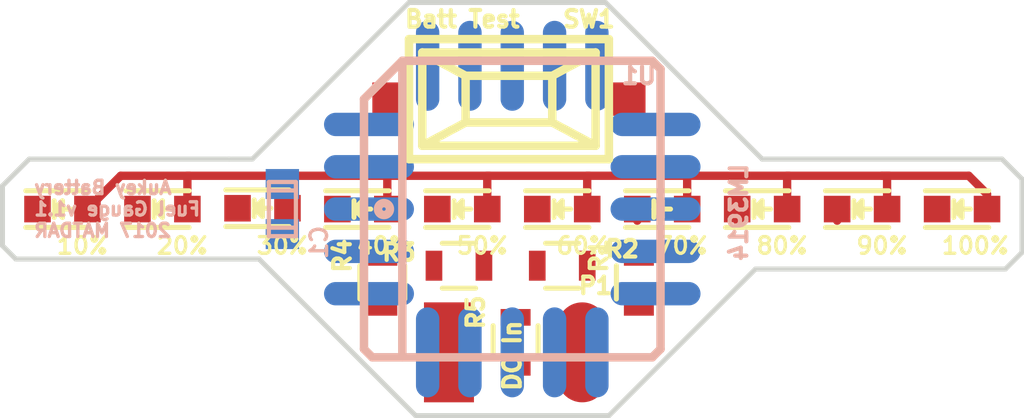
<source format=kicad_pcb>
(kicad_pcb (version 20171130) (host pcbnew "(5.0.0)")

  (general
    (thickness 1.6)
    (drawings 19)
    (tracks 35)
    (zones 0)
    (modules 19)
    (nets 18)
  )

  (page A4)
  (layers
    (0 F.Cu signal)
    (31 B.Cu signal)
    (32 B.Adhes user)
    (33 F.Adhes user)
    (34 B.Paste user)
    (35 F.Paste user)
    (36 B.SilkS user)
    (37 F.SilkS user)
    (38 B.Mask user)
    (39 F.Mask user)
    (40 Dwgs.User user)
    (41 Cmts.User user)
    (42 Eco1.User user)
    (43 Eco2.User user)
    (44 Edge.Cuts user)
    (45 Margin user)
    (46 B.CrtYd user)
    (47 F.CrtYd user)
    (48 B.Fab user)
    (49 F.Fab user)
  )

  (setup
    (last_trace_width 0.25)
    (trace_clearance 0.2)
    (zone_clearance 0.508)
    (zone_45_only no)
    (trace_min 0.2)
    (segment_width 0.2)
    (edge_width 0.15)
    (via_size 0.6)
    (via_drill 0.4)
    (via_min_size 0.4)
    (via_min_drill 0.3)
    (uvia_size 0.3)
    (uvia_drill 0.1)
    (uvias_allowed no)
    (uvia_min_size 0.2)
    (uvia_min_drill 0.1)
    (pcb_text_width 0.3)
    (pcb_text_size 1.5 1.5)
    (mod_edge_width 0.15)
    (mod_text_size 1 1)
    (mod_text_width 0.15)
    (pad_size 1.524 1.524)
    (pad_drill 0.762)
    (pad_to_mask_clearance 0.2)
    (aux_axis_origin 0 0)
    (visible_elements 7FFFFFFF)
    (pcbplotparams
      (layerselection 0x00030_80000001)
      (usegerberextensions false)
      (usegerberattributes false)
      (usegerberadvancedattributes false)
      (creategerberjobfile false)
      (excludeedgelayer true)
      (linewidth 0.100000)
      (plotframeref false)
      (viasonmask false)
      (mode 1)
      (useauxorigin false)
      (hpglpennumber 1)
      (hpglpenspeed 20)
      (hpglpendiameter 15.000000)
      (psnegative false)
      (psa4output false)
      (plotreference true)
      (plotvalue true)
      (plotinvisibletext false)
      (padsonsilk false)
      (subtractmaskfromsilk false)
      (outputformat 1)
      (mirror false)
      (drillshape 1)
      (scaleselection 1)
      (outputdirectory ""))
  )

  (net 0 "")
  (net 1 GND)
  (net 2 "Net-(C1-Pad2)")
  (net 3 "Net-(D1-Pad1)")
  (net 4 "Net-(D2-Pad1)")
  (net 5 "Net-(D3-Pad1)")
  (net 6 "Net-(D4-Pad1)")
  (net 7 "Net-(D5-Pad1)")
  (net 8 "Net-(D6-Pad1)")
  (net 9 "Net-(D7-Pad1)")
  (net 10 "Net-(D8-Pad1)")
  (net 11 "Net-(D9-Pad1)")
  (net 12 "Net-(D10-Pad1)")
  (net 13 +BATT)
  (net 14 "Net-(R1-Pad2)")
  (net 15 "Net-(R3-Pad1)")
  (net 16 "Net-(R4-Pad1)")
  (net 17 "Net-(R4-Pad2)")

  (net_class Default "This is the default net class."
    (clearance 0.2)
    (trace_width 0.25)
    (via_dia 0.6)
    (via_drill 0.4)
    (uvia_dia 0.3)
    (uvia_drill 0.1)
    (add_net +BATT)
    (add_net GND)
    (add_net "Net-(C1-Pad2)")
    (add_net "Net-(D1-Pad1)")
    (add_net "Net-(D10-Pad1)")
    (add_net "Net-(D2-Pad1)")
    (add_net "Net-(D3-Pad1)")
    (add_net "Net-(D4-Pad1)")
    (add_net "Net-(D5-Pad1)")
    (add_net "Net-(D6-Pad1)")
    (add_net "Net-(D7-Pad1)")
    (add_net "Net-(D8-Pad1)")
    (add_net "Net-(D9-Pad1)")
    (add_net "Net-(R1-Pad2)")
    (add_net "Net-(R3-Pad1)")
    (add_net "Net-(R4-Pad1)")
    (add_net "Net-(R4-Pad2)")
  )

  (module PLCC20:PLCC20 (layer B.Cu) (tedit 58FAE216) (tstamp 583C1213)
    (at 145.9 102.4 90)
    (path /583BEC7A)
    (fp_text reference U1 (at 4 3.8) (layer B.SilkS)
      (effects (font (size 0.5 0.5) (thickness 0.125)) (justify mirror))
    )
    (fp_text value LM3914 (at -0.1 6.8 270) (layer B.SilkS)
      (effects (font (size 0.5 0.5) (thickness 0.125)) (justify mirror))
    )
    (fp_circle (center 0 -3.85064) (end -0.14986 -3.9497) (layer B.SilkS) (width 0.254))
    (fp_line (start 4.45008 -3.29946) (end -4.45008 -3.29946) (layer B.SilkS) (width 0.254))
    (fp_line (start 3.29946 -4.45008) (end 4.45008 -3.29946) (layer B.SilkS) (width 0.254))
    (fp_line (start 4.45008 -3.29946) (end 4.45008 4.20116) (layer B.SilkS) (width 0.254))
    (fp_line (start 4.45008 4.20116) (end 4.20116 4.45008) (layer B.SilkS) (width 0.254))
    (fp_line (start 4.20116 4.45008) (end -4.20116 4.45008) (layer B.SilkS) (width 0.254))
    (fp_line (start -4.20116 4.45008) (end -4.45008 4.20116) (layer B.SilkS) (width 0.254))
    (fp_line (start -4.45008 4.20116) (end -4.45008 -4.20116) (layer B.SilkS) (width 0.254))
    (fp_line (start -4.45008 -4.20116) (end -4.20116 -4.45008) (layer B.SilkS) (width 0.254))
    (fp_line (start -4.20116 -4.45008) (end 3.29946 -4.45008) (layer B.SilkS) (width 0.254))
    (pad 1 smd oval (at 0 -4.30022 90) (size 0.70104 2.70002) (layers B.Cu B.Paste B.Mask)
      (net 3 "Net-(D1-Pad1)") (solder_mask_margin 0.09906))
    (pad 2 smd oval (at 1.27 -4.30022 90) (size 0.70104 2.70002) (layers B.Cu B.Paste B.Mask)
      (net 1 GND))
    (pad 3 smd oval (at 2.54 -4.30022 90) (size 0.70104 2.70002) (layers B.Cu B.Paste B.Mask)
      (net 2 "Net-(C1-Pad2)"))
    (pad 4 smd oval (at 4.30022 -2.54 90) (size 2.70002 0.70104) (layers B.Cu B.Paste B.Mask)
      (net 17 "Net-(R4-Pad2)"))
    (pad 5 smd oval (at 4.30022 -1.27 90) (size 2.70002 0.70104) (layers B.Cu B.Paste B.Mask)
      (net 14 "Net-(R1-Pad2)"))
    (pad 6 smd oval (at 4.30022 0 90) (size 2.70002 0.70104) (layers B.Cu B.Paste B.Mask)
      (net 16 "Net-(R4-Pad1)"))
    (pad 7 smd oval (at 4.30022 1.27 90) (size 2.70002 0.70104) (layers B.Cu B.Paste B.Mask))
    (pad 8 smd oval (at 4.30022 2.54 90) (size 2.70002 0.70104) (layers B.Cu B.Paste B.Mask)
      (net 16 "Net-(R4-Pad1)"))
    (pad 9 smd oval (at 2.54 4.30022 90) (size 0.70104 2.70002) (layers B.Cu B.Paste B.Mask))
    (pad 10 smd oval (at 1.27 4.30022 90) (size 0.70104 2.70002) (layers B.Cu B.Paste B.Mask)
      (net 17 "Net-(R4-Pad2)"))
    (pad 11 smd oval (at 0 4.30022 90) (size 0.70104 2.70002) (layers B.Cu B.Paste B.Mask))
    (pad 12 smd oval (at -1.27 4.30022 90) (size 0.70104 2.70002) (layers B.Cu B.Paste B.Mask)
      (net 12 "Net-(D10-Pad1)"))
    (pad 13 smd oval (at -2.54 4.30022 90) (size 0.70104 2.70002) (layers B.Cu B.Paste B.Mask)
      (net 11 "Net-(D9-Pad1)"))
    (pad 14 smd oval (at -4.30022 2.54 90) (size 2.70002 0.70104) (layers B.Cu B.Paste B.Mask)
      (net 10 "Net-(D8-Pad1)"))
    (pad 15 smd oval (at -4.30022 1.27 90) (size 2.70002 0.70104) (layers B.Cu B.Paste B.Mask)
      (net 9 "Net-(D7-Pad1)"))
    (pad 16 smd oval (at -4.30022 0 90) (size 2.70002 0.70104) (layers B.Cu B.Paste B.Mask)
      (net 8 "Net-(D6-Pad1)"))
    (pad 17 smd oval (at -4.30022 -1.27 90) (size 2.70002 0.70104) (layers B.Cu B.Paste B.Mask)
      (net 7 "Net-(D5-Pad1)"))
    (pad 18 smd oval (at -4.30022 -2.54 90) (size 2.70002 0.70104) (layers B.Cu B.Paste B.Mask)
      (net 6 "Net-(D4-Pad1)"))
    (pad 19 smd oval (at -2.54 -4.30022 90) (size 0.70104 2.70002) (layers B.Cu B.Paste B.Mask)
      (net 5 "Net-(D3-Pad1)"))
    (pad 20 smd oval (at -1.27 -4.30022 90) (size 0.70104 2.70002) (layers B.Cu B.Paste B.Mask)
      (net 4 "Net-(D2-Pad1)"))
    (model walter/smd_plcc/plcc20.wrl
      (at (xyz 0 0 0))
      (scale (xyz 1 1 1))
      (rotate (xyz 0 0 0))
    )
    (model ${KISYS3DMOD}/3d_smd_plcc/walter/smd_plcc/plcc20.wrl
      (at (xyz 0 0 0))
      (scale (xyz 1 1 1))
      (rotate (xyz 0 0 0))
    )
  )

  (module w_switch:smd_push (layer F.Cu) (tedit 583C09CB) (tstamp 583C11F1)
    (at 145.8 99.1)
    (descr "SMD Pushbutton")
    (path /583C0FF7)
    (autoplace_cost180 10)
    (fp_text reference SW1 (at 2.4 -2.4) (layer F.SilkS)
      (effects (font (size 0.5 0.5) (thickness 0.125)))
    )
    (fp_text value "Batt Test" (at -1.4 -2.4) (layer F.SilkS)
      (effects (font (size 0.5 0.5) (thickness 0.125)))
    )
    (fp_line (start 1.30048 -0.70104) (end 2.60096 -1.39954) (layer F.SilkS) (width 0.254))
    (fp_line (start 1.30048 0.70104) (end 2.60096 1.39954) (layer F.SilkS) (width 0.254))
    (fp_line (start -1.30048 0.70104) (end -2.60096 1.39954) (layer F.SilkS) (width 0.254))
    (fp_line (start -2.60096 -1.39954) (end -1.30048 -0.70104) (layer F.SilkS) (width 0.254))
    (fp_line (start -2.60096 -1.39954) (end 2.60096 -1.39954) (layer F.SilkS) (width 0.254))
    (fp_line (start 2.60096 -1.39954) (end 2.60096 1.39954) (layer F.SilkS) (width 0.254))
    (fp_line (start 2.60096 1.39954) (end -2.60096 1.39954) (layer F.SilkS) (width 0.254))
    (fp_line (start -2.60096 1.39954) (end -2.60096 -1.39954) (layer F.SilkS) (width 0.254))
    (fp_line (start -1.30048 -0.70104) (end 1.30048 -0.70104) (layer F.SilkS) (width 0.254))
    (fp_line (start 1.30048 -0.70104) (end 1.30048 0.70104) (layer F.SilkS) (width 0.254))
    (fp_line (start 1.30048 0.70104) (end -1.30048 0.70104) (layer F.SilkS) (width 0.254))
    (fp_line (start -1.30048 0.70104) (end -1.30048 -0.70104) (layer F.SilkS) (width 0.254))
    (fp_line (start -2.99974 -1.80086) (end 2.99974 -1.80086) (layer F.SilkS) (width 0.254))
    (fp_line (start 2.99974 -1.80086) (end 2.99974 1.80086) (layer F.SilkS) (width 0.254))
    (fp_line (start 2.99974 1.80086) (end -2.99974 1.80086) (layer F.SilkS) (width 0.254))
    (fp_line (start -2.99974 1.80086) (end -2.99974 -1.80086) (layer F.SilkS) (width 0.254))
    (pad 1 smd rect (at -3.59918 0) (size 1.00076 1.00076) (layers F.Cu F.Paste F.Mask)
      (net 13 +BATT))
    (pad 2 smd rect (at 3.59918 0) (size 1.00076 1.00076) (layers F.Cu F.Paste F.Mask)
      (net 2 "Net-(C1-Pad2)"))
    (model walter/switch/smd_push.wrl
      (at (xyz 0 0 0))
      (scale (xyz 1 1 1))
      (rotate (xyz 0 0 0))
    )
    (model ${KISYS3DMOD}/Button_Switch_SMD.3dshapes/SW_SPST_CK_RS282G05A3.step
      (at (xyz 0 0 0))
      (scale (xyz 1 1 1))
      (rotate (xyz 0 0 0))
    )
  )

  (module w_smd_cap:c_0603 (layer B.Cu) (tedit 5843F178) (tstamp 583C1191)
    (at 139 102.4 90)
    (descr "SMT capacitor, 0603")
    (path /583BF4B2)
    (fp_text reference C1 (at -1 1.1 90) (layer B.SilkS)
      (effects (font (size 0.5 0.5) (thickness 0.1)) (justify mirror))
    )
    (fp_text value 1U (at 0 0 90) (layer B.SilkS) hide
      (effects (font (size 0.20066 0.20066) (thickness 0.04064)) (justify mirror))
    )
    (fp_line (start 0.5588 -0.4064) (end 0.5588 0.4064) (layer B.SilkS) (width 0.127))
    (fp_line (start -0.5588 0.381) (end -0.5588 -0.4064) (layer B.SilkS) (width 0.127))
    (fp_line (start -0.8128 0.4064) (end 0.8128 0.4064) (layer B.SilkS) (width 0.127))
    (fp_line (start 0.8128 0.4064) (end 0.8128 -0.4064) (layer B.SilkS) (width 0.127))
    (fp_line (start 0.8128 -0.4064) (end -0.8128 -0.4064) (layer B.SilkS) (width 0.127))
    (fp_line (start -0.8128 -0.4064) (end -0.8128 0.4064) (layer B.SilkS) (width 0.127))
    (pad 1 smd rect (at 0.75184 0 90) (size 0.89916 1.00076) (layers B.Cu B.Paste B.Mask)
      (net 1 GND))
    (pad 2 smd rect (at -0.75184 0 90) (size 0.89916 1.00076) (layers B.Cu B.Paste B.Mask)
      (net 2 "Net-(C1-Pad2)"))
    (model walter/smd_cap/c_0603.wrl
      (at (xyz 0 0 0))
      (scale (xyz 1 1 1))
      (rotate (xyz 0 0 0))
    )
  )

  (module LEDs:LED_0603 (layer F.Cu) (tedit 58FB3DC2) (tstamp 583C1197)
    (at 132.4 102.4)
    (descr "LED 0603 smd package")
    (tags "LED led 0603 SMD smd SMT smt smdled SMDLED smtled SMTLED")
    (path /583BFB5B)
    (attr smd)
    (fp_text reference D1 (at -1 1.2) (layer F.Fab)
      (effects (font (size 0.5 0.5) (thickness 0.1)))
    )
    (fp_text value 10% (at 0.6 1.1) (layer F.SilkS)
      (effects (font (size 0.5 0.5) (thickness 0.1)))
    )
    (fp_line (start -0.3 -0.2) (end -0.3 0.2) (layer F.Fab) (width 0.15))
    (fp_line (start -0.2 0) (end 0.1 -0.2) (layer F.Fab) (width 0.15))
    (fp_line (start 0.1 0.2) (end -0.2 0) (layer F.Fab) (width 0.15))
    (fp_line (start 0.1 -0.2) (end 0.1 0.2) (layer F.Fab) (width 0.15))
    (fp_line (start 0.8 0.4) (end -0.8 0.4) (layer F.Fab) (width 0.15))
    (fp_line (start 0.8 -0.4) (end 0.8 0.4) (layer F.Fab) (width 0.15))
    (fp_line (start -0.8 -0.4) (end 0.8 -0.4) (layer F.Fab) (width 0.15))
    (fp_line (start -0.8 0.4) (end -0.8 -0.4) (layer F.Fab) (width 0.15))
    (fp_line (start -1.1 0.55) (end 0.8 0.55) (layer F.SilkS) (width 0.15))
    (fp_line (start -1.1 -0.55) (end 0.8 -0.55) (layer F.SilkS) (width 0.15))
    (fp_line (start -0.2 0) (end 0.25 0) (layer F.SilkS) (width 0.15))
    (fp_line (start -0.25 -0.25) (end -0.25 0.25) (layer F.SilkS) (width 0.15))
    (fp_line (start -0.25 0) (end 0 -0.25) (layer F.SilkS) (width 0.15))
    (fp_line (start 0 -0.25) (end 0 0.25) (layer F.SilkS) (width 0.15))
    (fp_line (start 0 0.25) (end -0.25 0) (layer F.SilkS) (width 0.15))
    (fp_line (start 1.4 -0.75) (end 1.4 0.75) (layer F.CrtYd) (width 0.05))
    (fp_line (start 1.4 0.75) (end -1.4 0.75) (layer F.CrtYd) (width 0.05))
    (fp_line (start -1.4 0.75) (end -1.4 -0.75) (layer F.CrtYd) (width 0.05))
    (fp_line (start -1.4 -0.75) (end 1.4 -0.75) (layer F.CrtYd) (width 0.05))
    (pad 2 smd rect (at 0.7493 0 180) (size 0.79756 0.79756) (layers F.Cu F.Paste F.Mask)
      (net 2 "Net-(C1-Pad2)"))
    (pad 1 smd rect (at -0.7493 0 180) (size 0.79756 0.79756) (layers F.Cu F.Paste F.Mask)
      (net 3 "Net-(D1-Pad1)"))
    (model LEDs.3dshapes/LED_0603.wrl
      (at (xyz 0 0 0))
      (scale (xyz 1 1 1))
      (rotate (xyz 0 0 180))
    )
    (model ${KISYS3DMOD}/3d_smd_leds/walter/smd_leds/led_0603.wrl
      (at (xyz 0 0 0))
      (scale (xyz 1 1 1))
      (rotate (xyz 0 0 0))
    )
  )

  (module LEDs:LED_0603 (layer F.Cu) (tedit 58FB3DC5) (tstamp 583C119D)
    (at 135.4 102.4)
    (descr "LED 0603 smd package")
    (tags "LED led 0603 SMD smd SMT smt smdled SMDLED smtled SMTLED")
    (path /583BFDD7)
    (attr smd)
    (fp_text reference D2 (at -1 1.2) (layer F.Fab)
      (effects (font (size 0.5 0.5) (thickness 0.1)))
    )
    (fp_text value 20% (at 0.6 1.1) (layer F.SilkS)
      (effects (font (size 0.5 0.5) (thickness 0.1)))
    )
    (fp_line (start -0.3 -0.2) (end -0.3 0.2) (layer F.Fab) (width 0.15))
    (fp_line (start -0.2 0) (end 0.1 -0.2) (layer F.Fab) (width 0.15))
    (fp_line (start 0.1 0.2) (end -0.2 0) (layer F.Fab) (width 0.15))
    (fp_line (start 0.1 -0.2) (end 0.1 0.2) (layer F.Fab) (width 0.15))
    (fp_line (start 0.8 0.4) (end -0.8 0.4) (layer F.Fab) (width 0.15))
    (fp_line (start 0.8 -0.4) (end 0.8 0.4) (layer F.Fab) (width 0.15))
    (fp_line (start -0.8 -0.4) (end 0.8 -0.4) (layer F.Fab) (width 0.15))
    (fp_line (start -0.8 0.4) (end -0.8 -0.4) (layer F.Fab) (width 0.15))
    (fp_line (start -1.1 0.55) (end 0.8 0.55) (layer F.SilkS) (width 0.15))
    (fp_line (start -1.1 -0.55) (end 0.8 -0.55) (layer F.SilkS) (width 0.15))
    (fp_line (start -0.2 0) (end 0.25 0) (layer F.SilkS) (width 0.15))
    (fp_line (start -0.25 -0.25) (end -0.25 0.25) (layer F.SilkS) (width 0.15))
    (fp_line (start -0.25 0) (end 0 -0.25) (layer F.SilkS) (width 0.15))
    (fp_line (start 0 -0.25) (end 0 0.25) (layer F.SilkS) (width 0.15))
    (fp_line (start 0 0.25) (end -0.25 0) (layer F.SilkS) (width 0.15))
    (fp_line (start 1.4 -0.75) (end 1.4 0.75) (layer F.CrtYd) (width 0.05))
    (fp_line (start 1.4 0.75) (end -1.4 0.75) (layer F.CrtYd) (width 0.05))
    (fp_line (start -1.4 0.75) (end -1.4 -0.75) (layer F.CrtYd) (width 0.05))
    (fp_line (start -1.4 -0.75) (end 1.4 -0.75) (layer F.CrtYd) (width 0.05))
    (pad 2 smd rect (at 0.7493 0 180) (size 0.79756 0.79756) (layers F.Cu F.Paste F.Mask)
      (net 2 "Net-(C1-Pad2)"))
    (pad 1 smd rect (at -0.7493 0 180) (size 0.79756 0.79756) (layers F.Cu F.Paste F.Mask)
      (net 4 "Net-(D2-Pad1)"))
    (model LEDs.3dshapes/LED_0603.wrl
      (at (xyz 0 0 0))
      (scale (xyz 1 1 1))
      (rotate (xyz 0 0 180))
    )
    (model ${KISYS3DMOD}/3d_smd_leds/walter/smd_leds/led_0603.wrl
      (at (xyz 0 0 0))
      (scale (xyz 1 1 1))
      (rotate (xyz 0 0 0))
    )
  )

  (module LEDs:LED_0603 (layer F.Cu) (tedit 58FB3DC6) (tstamp 583C11A3)
    (at 138.403809 102.375)
    (descr "LED 0603 smd package")
    (tags "LED led 0603 SMD smd SMT smt smdled SMDLED smtled SMTLED")
    (path /583BFE0F)
    (attr smd)
    (fp_text reference D3 (at -1.003809 1.225) (layer F.Fab)
      (effects (font (size 0.5 0.5) (thickness 0.1)))
    )
    (fp_text value 30% (at 0.596191 1.125) (layer F.SilkS)
      (effects (font (size 0.5 0.5) (thickness 0.1)))
    )
    (fp_line (start -0.3 -0.2) (end -0.3 0.2) (layer F.Fab) (width 0.15))
    (fp_line (start -0.2 0) (end 0.1 -0.2) (layer F.Fab) (width 0.15))
    (fp_line (start 0.1 0.2) (end -0.2 0) (layer F.Fab) (width 0.15))
    (fp_line (start 0.1 -0.2) (end 0.1 0.2) (layer F.Fab) (width 0.15))
    (fp_line (start 0.8 0.4) (end -0.8 0.4) (layer F.Fab) (width 0.15))
    (fp_line (start 0.8 -0.4) (end 0.8 0.4) (layer F.Fab) (width 0.15))
    (fp_line (start -0.8 -0.4) (end 0.8 -0.4) (layer F.Fab) (width 0.15))
    (fp_line (start -0.8 0.4) (end -0.8 -0.4) (layer F.Fab) (width 0.15))
    (fp_line (start -1.1 0.55) (end 0.8 0.55) (layer F.SilkS) (width 0.15))
    (fp_line (start -1.1 -0.55) (end 0.8 -0.55) (layer F.SilkS) (width 0.15))
    (fp_line (start -0.2 0) (end 0.25 0) (layer F.SilkS) (width 0.15))
    (fp_line (start -0.25 -0.25) (end -0.25 0.25) (layer F.SilkS) (width 0.15))
    (fp_line (start -0.25 0) (end 0 -0.25) (layer F.SilkS) (width 0.15))
    (fp_line (start 0 -0.25) (end 0 0.25) (layer F.SilkS) (width 0.15))
    (fp_line (start 0 0.25) (end -0.25 0) (layer F.SilkS) (width 0.15))
    (fp_line (start 1.4 -0.75) (end 1.4 0.75) (layer F.CrtYd) (width 0.05))
    (fp_line (start 1.4 0.75) (end -1.4 0.75) (layer F.CrtYd) (width 0.05))
    (fp_line (start -1.4 0.75) (end -1.4 -0.75) (layer F.CrtYd) (width 0.05))
    (fp_line (start -1.4 -0.75) (end 1.4 -0.75) (layer F.CrtYd) (width 0.05))
    (pad 2 smd rect (at 0.7493 0 180) (size 0.79756 0.79756) (layers F.Cu F.Paste F.Mask)
      (net 2 "Net-(C1-Pad2)"))
    (pad 1 smd rect (at -0.7493 0 180) (size 0.79756 0.79756) (layers F.Cu F.Paste F.Mask)
      (net 5 "Net-(D3-Pad1)"))
    (model LEDs.3dshapes/LED_0603.wrl
      (at (xyz 0 0 0))
      (scale (xyz 1 1 1))
      (rotate (xyz 0 0 180))
    )
    (model ${KISYS3DMOD}/3d_smd_leds/walter/smd_leds/led_0603.wrl
      (at (xyz 0 0 0))
      (scale (xyz 1 1 1))
      (rotate (xyz 0 0 0))
    )
  )

  (module LEDs:LED_0603 (layer F.Cu) (tedit 58FB3DCA) (tstamp 583C11A9)
    (at 141.4 102.4)
    (descr "LED 0603 smd package")
    (tags "LED led 0603 SMD smd SMT smt smdled SMDLED smtled SMTLED")
    (path /583BFE3E)
    (attr smd)
    (fp_text reference D4 (at -1 1.2) (layer F.Fab)
      (effects (font (size 0.5 0.5) (thickness 0.1)))
    )
    (fp_text value 40% (at 0.6 1.1) (layer F.SilkS)
      (effects (font (size 0.5 0.5) (thickness 0.1)))
    )
    (fp_line (start -0.3 -0.2) (end -0.3 0.2) (layer F.Fab) (width 0.15))
    (fp_line (start -0.2 0) (end 0.1 -0.2) (layer F.Fab) (width 0.15))
    (fp_line (start 0.1 0.2) (end -0.2 0) (layer F.Fab) (width 0.15))
    (fp_line (start 0.1 -0.2) (end 0.1 0.2) (layer F.Fab) (width 0.15))
    (fp_line (start 0.8 0.4) (end -0.8 0.4) (layer F.Fab) (width 0.15))
    (fp_line (start 0.8 -0.4) (end 0.8 0.4) (layer F.Fab) (width 0.15))
    (fp_line (start -0.8 -0.4) (end 0.8 -0.4) (layer F.Fab) (width 0.15))
    (fp_line (start -0.8 0.4) (end -0.8 -0.4) (layer F.Fab) (width 0.15))
    (fp_line (start -1.1 0.55) (end 0.8 0.55) (layer F.SilkS) (width 0.15))
    (fp_line (start -1.1 -0.55) (end 0.8 -0.55) (layer F.SilkS) (width 0.15))
    (fp_line (start -0.2 0) (end 0.25 0) (layer F.SilkS) (width 0.15))
    (fp_line (start -0.25 -0.25) (end -0.25 0.25) (layer F.SilkS) (width 0.15))
    (fp_line (start -0.25 0) (end 0 -0.25) (layer F.SilkS) (width 0.15))
    (fp_line (start 0 -0.25) (end 0 0.25) (layer F.SilkS) (width 0.15))
    (fp_line (start 0 0.25) (end -0.25 0) (layer F.SilkS) (width 0.15))
    (fp_line (start 1.4 -0.75) (end 1.4 0.75) (layer F.CrtYd) (width 0.05))
    (fp_line (start 1.4 0.75) (end -1.4 0.75) (layer F.CrtYd) (width 0.05))
    (fp_line (start -1.4 0.75) (end -1.4 -0.75) (layer F.CrtYd) (width 0.05))
    (fp_line (start -1.4 -0.75) (end 1.4 -0.75) (layer F.CrtYd) (width 0.05))
    (pad 2 smd rect (at 0.7493 0 180) (size 0.79756 0.79756) (layers F.Cu F.Paste F.Mask)
      (net 2 "Net-(C1-Pad2)"))
    (pad 1 smd rect (at -0.7493 0 180) (size 0.79756 0.79756) (layers F.Cu F.Paste F.Mask)
      (net 6 "Net-(D4-Pad1)"))
    (model LEDs.3dshapes/LED_0603.wrl
      (at (xyz 0 0 0))
      (scale (xyz 1 1 1))
      (rotate (xyz 0 0 180))
    )
    (model ${KISYS3DMOD}/3d_smd_leds/walter/smd_leds/led_0603.wrl
      (at (xyz 0 0 0))
      (scale (xyz 1 1 1))
      (rotate (xyz 0 0 0))
    )
  )

  (module LEDs:LED_0603 (layer F.Cu) (tedit 58FB3DCD) (tstamp 583C11AF)
    (at 144.4 102.4)
    (descr "LED 0603 smd package")
    (tags "LED led 0603 SMD smd SMT smt smdled SMDLED smtled SMTLED")
    (path /583BFEC8)
    (attr smd)
    (fp_text reference D5 (at -1 1.2) (layer F.Fab)
      (effects (font (size 0.5 0.5) (thickness 0.1)))
    )
    (fp_text value 50% (at 0.6 1.1) (layer F.SilkS)
      (effects (font (size 0.5 0.5) (thickness 0.1)))
    )
    (fp_line (start -0.3 -0.2) (end -0.3 0.2) (layer F.Fab) (width 0.15))
    (fp_line (start -0.2 0) (end 0.1 -0.2) (layer F.Fab) (width 0.15))
    (fp_line (start 0.1 0.2) (end -0.2 0) (layer F.Fab) (width 0.15))
    (fp_line (start 0.1 -0.2) (end 0.1 0.2) (layer F.Fab) (width 0.15))
    (fp_line (start 0.8 0.4) (end -0.8 0.4) (layer F.Fab) (width 0.15))
    (fp_line (start 0.8 -0.4) (end 0.8 0.4) (layer F.Fab) (width 0.15))
    (fp_line (start -0.8 -0.4) (end 0.8 -0.4) (layer F.Fab) (width 0.15))
    (fp_line (start -0.8 0.4) (end -0.8 -0.4) (layer F.Fab) (width 0.15))
    (fp_line (start -1.1 0.55) (end 0.8 0.55) (layer F.SilkS) (width 0.15))
    (fp_line (start -1.1 -0.55) (end 0.8 -0.55) (layer F.SilkS) (width 0.15))
    (fp_line (start -0.2 0) (end 0.25 0) (layer F.SilkS) (width 0.15))
    (fp_line (start -0.25 -0.25) (end -0.25 0.25) (layer F.SilkS) (width 0.15))
    (fp_line (start -0.25 0) (end 0 -0.25) (layer F.SilkS) (width 0.15))
    (fp_line (start 0 -0.25) (end 0 0.25) (layer F.SilkS) (width 0.15))
    (fp_line (start 0 0.25) (end -0.25 0) (layer F.SilkS) (width 0.15))
    (fp_line (start 1.4 -0.75) (end 1.4 0.75) (layer F.CrtYd) (width 0.05))
    (fp_line (start 1.4 0.75) (end -1.4 0.75) (layer F.CrtYd) (width 0.05))
    (fp_line (start -1.4 0.75) (end -1.4 -0.75) (layer F.CrtYd) (width 0.05))
    (fp_line (start -1.4 -0.75) (end 1.4 -0.75) (layer F.CrtYd) (width 0.05))
    (pad 2 smd rect (at 0.7493 0 180) (size 0.79756 0.79756) (layers F.Cu F.Paste F.Mask)
      (net 2 "Net-(C1-Pad2)"))
    (pad 1 smd rect (at -0.7493 0 180) (size 0.79756 0.79756) (layers F.Cu F.Paste F.Mask)
      (net 7 "Net-(D5-Pad1)"))
    (model ${KISYS3DMOD}/3d_smd_leds/walter/smd_leds/led_0603.wrl
      (at (xyz 0 0 0))
      (scale (xyz 1 1 1))
      (rotate (xyz 0 0 0))
    )
  )

  (module LEDs:LED_0603 (layer F.Cu) (tedit 58FB3DD2) (tstamp 583C11B5)
    (at 147.4 102.4)
    (descr "LED 0603 smd package")
    (tags "LED led 0603 SMD smd SMT smt smdled SMDLED smtled SMTLED")
    (path /583BFF05)
    (attr smd)
    (fp_text reference D6 (at -1 1.2) (layer F.Fab)
      (effects (font (size 0.5 0.5) (thickness 0.1)))
    )
    (fp_text value 60% (at 0.6 1.1) (layer F.SilkS)
      (effects (font (size 0.5 0.5) (thickness 0.1)))
    )
    (fp_line (start -0.3 -0.2) (end -0.3 0.2) (layer F.Fab) (width 0.15))
    (fp_line (start -0.2 0) (end 0.1 -0.2) (layer F.Fab) (width 0.15))
    (fp_line (start 0.1 0.2) (end -0.2 0) (layer F.Fab) (width 0.15))
    (fp_line (start 0.1 -0.2) (end 0.1 0.2) (layer F.Fab) (width 0.15))
    (fp_line (start 0.8 0.4) (end -0.8 0.4) (layer F.Fab) (width 0.15))
    (fp_line (start 0.8 -0.4) (end 0.8 0.4) (layer F.Fab) (width 0.15))
    (fp_line (start -0.8 -0.4) (end 0.8 -0.4) (layer F.Fab) (width 0.15))
    (fp_line (start -0.8 0.4) (end -0.8 -0.4) (layer F.Fab) (width 0.15))
    (fp_line (start -1.1 0.55) (end 0.8 0.55) (layer F.SilkS) (width 0.15))
    (fp_line (start -1.1 -0.55) (end 0.8 -0.55) (layer F.SilkS) (width 0.15))
    (fp_line (start -0.2 0) (end 0.25 0) (layer F.SilkS) (width 0.15))
    (fp_line (start -0.25 -0.25) (end -0.25 0.25) (layer F.SilkS) (width 0.15))
    (fp_line (start -0.25 0) (end 0 -0.25) (layer F.SilkS) (width 0.15))
    (fp_line (start 0 -0.25) (end 0 0.25) (layer F.SilkS) (width 0.15))
    (fp_line (start 0 0.25) (end -0.25 0) (layer F.SilkS) (width 0.15))
    (fp_line (start 1.4 -0.75) (end 1.4 0.75) (layer F.CrtYd) (width 0.05))
    (fp_line (start 1.4 0.75) (end -1.4 0.75) (layer F.CrtYd) (width 0.05))
    (fp_line (start -1.4 0.75) (end -1.4 -0.75) (layer F.CrtYd) (width 0.05))
    (fp_line (start -1.4 -0.75) (end 1.4 -0.75) (layer F.CrtYd) (width 0.05))
    (pad 2 smd rect (at 0.7493 0 180) (size 0.79756 0.79756) (layers F.Cu F.Paste F.Mask)
      (net 2 "Net-(C1-Pad2)"))
    (pad 1 smd rect (at -0.7493 0 180) (size 0.79756 0.79756) (layers F.Cu F.Paste F.Mask)
      (net 8 "Net-(D6-Pad1)"))
    (model LEDs.3dshapes/LED_0603.wrl
      (at (xyz 0 0 0))
      (scale (xyz 1 1 1))
      (rotate (xyz 0 0 180))
    )
    (model ${KISYS3DMOD}/3d_smd_leds/walter/smd_leds/led_0603.wrl
      (at (xyz 0 0 0))
      (scale (xyz 1 1 1))
      (rotate (xyz 0 0 0))
    )
  )

  (module LEDs:LED_0603 (layer F.Cu) (tedit 58FB3DD4) (tstamp 583C11BB)
    (at 150.4 102.4)
    (descr "LED 0603 smd package")
    (tags "LED led 0603 SMD smd SMT smt smdled SMDLED smtled SMTLED")
    (path /583BFF3D)
    (attr smd)
    (fp_text reference D7 (at -1 1.2) (layer F.Fab)
      (effects (font (size 0.5 0.5) (thickness 0.1)))
    )
    (fp_text value 70% (at 0.6 1.1) (layer F.SilkS)
      (effects (font (size 0.5 0.5) (thickness 0.1)))
    )
    (fp_line (start -0.3 -0.2) (end -0.3 0.2) (layer F.Fab) (width 0.15))
    (fp_line (start -0.2 0) (end 0.1 -0.2) (layer F.Fab) (width 0.15))
    (fp_line (start 0.1 0.2) (end -0.2 0) (layer F.Fab) (width 0.15))
    (fp_line (start 0.1 -0.2) (end 0.1 0.2) (layer F.Fab) (width 0.15))
    (fp_line (start 0.8 0.4) (end -0.8 0.4) (layer F.Fab) (width 0.15))
    (fp_line (start 0.8 -0.4) (end 0.8 0.4) (layer F.Fab) (width 0.15))
    (fp_line (start -0.8 -0.4) (end 0.8 -0.4) (layer F.Fab) (width 0.15))
    (fp_line (start -0.8 0.4) (end -0.8 -0.4) (layer F.Fab) (width 0.15))
    (fp_line (start -1.1 0.55) (end 0.8 0.55) (layer F.SilkS) (width 0.15))
    (fp_line (start -1.1 -0.55) (end 0.8 -0.55) (layer F.SilkS) (width 0.15))
    (fp_line (start -0.2 0) (end 0.25 0) (layer F.SilkS) (width 0.15))
    (fp_line (start -0.25 -0.25) (end -0.25 0.25) (layer F.SilkS) (width 0.15))
    (fp_line (start -0.25 0) (end 0 -0.25) (layer F.SilkS) (width 0.15))
    (fp_line (start 0 -0.25) (end 0 0.25) (layer F.SilkS) (width 0.15))
    (fp_line (start 0 0.25) (end -0.25 0) (layer F.SilkS) (width 0.15))
    (fp_line (start 1.4 -0.75) (end 1.4 0.75) (layer F.CrtYd) (width 0.05))
    (fp_line (start 1.4 0.75) (end -1.4 0.75) (layer F.CrtYd) (width 0.05))
    (fp_line (start -1.4 0.75) (end -1.4 -0.75) (layer F.CrtYd) (width 0.05))
    (fp_line (start -1.4 -0.75) (end 1.4 -0.75) (layer F.CrtYd) (width 0.05))
    (pad 2 smd rect (at 0.7493 0 180) (size 0.79756 0.79756) (layers F.Cu F.Paste F.Mask)
      (net 2 "Net-(C1-Pad2)"))
    (pad 1 smd rect (at -0.7493 0 180) (size 0.79756 0.79756) (layers F.Cu F.Paste F.Mask)
      (net 9 "Net-(D7-Pad1)"))
    (model LEDs.3dshapes/LED_0603.wrl
      (at (xyz 0 0 0))
      (scale (xyz 1 1 1))
      (rotate (xyz 0 0 180))
    )
  )

  (module LEDs:LED_0603 (layer F.Cu) (tedit 58FB3DD8) (tstamp 583C11C1)
    (at 153.4 102.4)
    (descr "LED 0603 smd package")
    (tags "LED led 0603 SMD smd SMT smt smdled SMDLED smtled SMTLED")
    (path /583BFF80)
    (attr smd)
    (fp_text reference D8 (at -1 1.2) (layer F.Fab)
      (effects (font (size 0.5 0.5) (thickness 0.1)))
    )
    (fp_text value 80% (at 0.6 1.1) (layer F.SilkS)
      (effects (font (size 0.5 0.5) (thickness 0.1)))
    )
    (fp_line (start -0.3 -0.2) (end -0.3 0.2) (layer F.Fab) (width 0.15))
    (fp_line (start -0.2 0) (end 0.1 -0.2) (layer F.Fab) (width 0.15))
    (fp_line (start 0.1 0.2) (end -0.2 0) (layer F.Fab) (width 0.15))
    (fp_line (start 0.1 -0.2) (end 0.1 0.2) (layer F.Fab) (width 0.15))
    (fp_line (start 0.8 0.4) (end -0.8 0.4) (layer F.Fab) (width 0.15))
    (fp_line (start 0.8 -0.4) (end 0.8 0.4) (layer F.Fab) (width 0.15))
    (fp_line (start -0.8 -0.4) (end 0.8 -0.4) (layer F.Fab) (width 0.15))
    (fp_line (start -0.8 0.4) (end -0.8 -0.4) (layer F.Fab) (width 0.15))
    (fp_line (start -1.1 0.55) (end 0.8 0.55) (layer F.SilkS) (width 0.15))
    (fp_line (start -1.1 -0.55) (end 0.8 -0.55) (layer F.SilkS) (width 0.15))
    (fp_line (start -0.2 0) (end 0.25 0) (layer F.SilkS) (width 0.15))
    (fp_line (start -0.25 -0.25) (end -0.25 0.25) (layer F.SilkS) (width 0.15))
    (fp_line (start -0.25 0) (end 0 -0.25) (layer F.SilkS) (width 0.15))
    (fp_line (start 0 -0.25) (end 0 0.25) (layer F.SilkS) (width 0.15))
    (fp_line (start 0 0.25) (end -0.25 0) (layer F.SilkS) (width 0.15))
    (fp_line (start 1.4 -0.75) (end 1.4 0.75) (layer F.CrtYd) (width 0.05))
    (fp_line (start 1.4 0.75) (end -1.4 0.75) (layer F.CrtYd) (width 0.05))
    (fp_line (start -1.4 0.75) (end -1.4 -0.75) (layer F.CrtYd) (width 0.05))
    (fp_line (start -1.4 -0.75) (end 1.4 -0.75) (layer F.CrtYd) (width 0.05))
    (pad 2 smd rect (at 0.7493 0 180) (size 0.79756 0.79756) (layers F.Cu F.Paste F.Mask)
      (net 2 "Net-(C1-Pad2)"))
    (pad 1 smd rect (at -0.7493 0 180) (size 0.79756 0.79756) (layers F.Cu F.Paste F.Mask)
      (net 10 "Net-(D8-Pad1)"))
    (model LEDs.3dshapes/LED_0603.wrl
      (at (xyz 0 0 0))
      (scale (xyz 1 1 1))
      (rotate (xyz 0 0 180))
    )
    (model ${KISYS3DMOD}/3d_smd_leds/walter/smd_leds/led_0603.wrl
      (at (xyz 0 0 0))
      (scale (xyz 1 1 1))
      (rotate (xyz 0 0 0))
    )
  )

  (module LEDs:LED_0603 (layer F.Cu) (tedit 58FB3DDA) (tstamp 583C11C7)
    (at 156.4 102.4)
    (descr "LED 0603 smd package")
    (tags "LED led 0603 SMD smd SMT smt smdled SMDLED smtled SMTLED")
    (path /583C002E)
    (attr smd)
    (fp_text reference D9 (at -1 1.2) (layer F.Fab)
      (effects (font (size 0.5 0.5) (thickness 0.1)))
    )
    (fp_text value 90% (at 0.6 1.1) (layer F.SilkS)
      (effects (font (size 0.5 0.5) (thickness 0.1)))
    )
    (fp_line (start -0.3 -0.2) (end -0.3 0.2) (layer F.Fab) (width 0.15))
    (fp_line (start -0.2 0) (end 0.1 -0.2) (layer F.Fab) (width 0.15))
    (fp_line (start 0.1 0.2) (end -0.2 0) (layer F.Fab) (width 0.15))
    (fp_line (start 0.1 -0.2) (end 0.1 0.2) (layer F.Fab) (width 0.15))
    (fp_line (start 0.8 0.4) (end -0.8 0.4) (layer F.Fab) (width 0.15))
    (fp_line (start 0.8 -0.4) (end 0.8 0.4) (layer F.Fab) (width 0.15))
    (fp_line (start -0.8 -0.4) (end 0.8 -0.4) (layer F.Fab) (width 0.15))
    (fp_line (start -0.8 0.4) (end -0.8 -0.4) (layer F.Fab) (width 0.15))
    (fp_line (start -1.1 0.55) (end 0.8 0.55) (layer F.SilkS) (width 0.15))
    (fp_line (start -1.1 -0.55) (end 0.8 -0.55) (layer F.SilkS) (width 0.15))
    (fp_line (start -0.2 0) (end 0.25 0) (layer F.SilkS) (width 0.15))
    (fp_line (start -0.25 -0.25) (end -0.25 0.25) (layer F.SilkS) (width 0.15))
    (fp_line (start -0.25 0) (end 0 -0.25) (layer F.SilkS) (width 0.15))
    (fp_line (start 0 -0.25) (end 0 0.25) (layer F.SilkS) (width 0.15))
    (fp_line (start 0 0.25) (end -0.25 0) (layer F.SilkS) (width 0.15))
    (fp_line (start 1.4 -0.75) (end 1.4 0.75) (layer F.CrtYd) (width 0.05))
    (fp_line (start 1.4 0.75) (end -1.4 0.75) (layer F.CrtYd) (width 0.05))
    (fp_line (start -1.4 0.75) (end -1.4 -0.75) (layer F.CrtYd) (width 0.05))
    (fp_line (start -1.4 -0.75) (end 1.4 -0.75) (layer F.CrtYd) (width 0.05))
    (pad 2 smd rect (at 0.7493 0 180) (size 0.79756 0.79756) (layers F.Cu F.Paste F.Mask)
      (net 2 "Net-(C1-Pad2)"))
    (pad 1 smd rect (at -0.7493 0 180) (size 0.79756 0.79756) (layers F.Cu F.Paste F.Mask)
      (net 11 "Net-(D9-Pad1)"))
    (model LEDs.3dshapes/LED_0603.wrl
      (at (xyz 0 0 0))
      (scale (xyz 1 1 1))
      (rotate (xyz 0 0 180))
    )
    (model ${KISYS3DMOD}/3d_smd_leds/walter/smd_leds/led_0603.wrl
      (at (xyz 0 0 0))
      (scale (xyz 1 1 1))
      (rotate (xyz 0 0 0))
    )
  )

  (module LEDs:LED_0603 (layer F.Cu) (tedit 58FB3DDD) (tstamp 583C11CD)
    (at 159.4 102.4)
    (descr "LED 0603 smd package")
    (tags "LED led 0603 SMD smd SMT smt smdled SMDLED smtled SMTLED")
    (path /583C006F)
    (attr smd)
    (fp_text reference D10 (at -1.1 1.2 180) (layer F.Fab)
      (effects (font (size 0.4 0.4) (thickness 0.1)))
    )
    (fp_text value 100% (at 0.4 1.1) (layer F.SilkS)
      (effects (font (size 0.5 0.5) (thickness 0.1)))
    )
    (fp_line (start -0.3 -0.2) (end -0.3 0.2) (layer F.Fab) (width 0.15))
    (fp_line (start -0.2 0) (end 0.1 -0.2) (layer F.Fab) (width 0.15))
    (fp_line (start 0.1 0.2) (end -0.2 0) (layer F.Fab) (width 0.15))
    (fp_line (start 0.1 -0.2) (end 0.1 0.2) (layer F.Fab) (width 0.15))
    (fp_line (start 0.8 0.4) (end -0.8 0.4) (layer F.Fab) (width 0.15))
    (fp_line (start 0.8 -0.4) (end 0.8 0.4) (layer F.Fab) (width 0.15))
    (fp_line (start -0.8 -0.4) (end 0.8 -0.4) (layer F.Fab) (width 0.15))
    (fp_line (start -0.8 0.4) (end -0.8 -0.4) (layer F.Fab) (width 0.15))
    (fp_line (start -1.1 0.55) (end 0.8 0.55) (layer F.SilkS) (width 0.15))
    (fp_line (start -1.1 -0.55) (end 0.8 -0.55) (layer F.SilkS) (width 0.15))
    (fp_line (start -0.2 0) (end 0.25 0) (layer F.SilkS) (width 0.15))
    (fp_line (start -0.25 -0.25) (end -0.25 0.25) (layer F.SilkS) (width 0.15))
    (fp_line (start -0.25 0) (end 0 -0.25) (layer F.SilkS) (width 0.15))
    (fp_line (start 0 -0.25) (end 0 0.25) (layer F.SilkS) (width 0.15))
    (fp_line (start 0 0.25) (end -0.25 0) (layer F.SilkS) (width 0.15))
    (fp_line (start 1.4 -0.75) (end 1.4 0.75) (layer F.CrtYd) (width 0.05))
    (fp_line (start 1.4 0.75) (end -1.4 0.75) (layer F.CrtYd) (width 0.05))
    (fp_line (start -1.4 0.75) (end -1.4 -0.75) (layer F.CrtYd) (width 0.05))
    (fp_line (start -1.4 -0.75) (end 1.4 -0.75) (layer F.CrtYd) (width 0.05))
    (pad 2 smd rect (at 0.7493 0 180) (size 0.79756 0.79756) (layers F.Cu F.Paste F.Mask)
      (net 2 "Net-(C1-Pad2)"))
    (pad 1 smd rect (at -0.7493 0 180) (size 0.79756 0.79756) (layers F.Cu F.Paste F.Mask)
      (net 12 "Net-(D10-Pad1)"))
    (model LEDs.3dshapes/LED_0603.wrl
      (at (xyz 0 0 0))
      (scale (xyz 1 1 1))
      (rotate (xyz 0 0 180))
    )
    (model ${KISYS3DMOD}/3d_smd_leds/walter/smd_leds/led_0603.wrl
      (at (xyz 0 0 0))
      (scale (xyz 1 1 1))
      (rotate (xyz 0 0 0))
    )
  )

  (module Resistors_SMD:R_0603 (layer F.Cu) (tedit 58FAD9B1) (tstamp 583C11D9)
    (at 149.7 104.6 270)
    (descr "Resistor SMD 0603, reflow soldering, Vishay (see dcrcw.pdf)")
    (tags "resistor 0603")
    (path /583BEE5F)
    (attr smd)
    (fp_text reference R1 (at -0.8 1.2 90) (layer F.SilkS)
      (effects (font (size 0.5 0.5) (thickness 0.125)))
    )
    (fp_text value 10K (at 0 0 270) (layer F.Fab)
      (effects (font (size 0.5 0.5) (thickness 0.125)))
    )
    (fp_line (start -0.8 0.4) (end -0.8 -0.4) (layer F.Fab) (width 0.1))
    (fp_line (start 0.8 0.4) (end -0.8 0.4) (layer F.Fab) (width 0.1))
    (fp_line (start 0.8 -0.4) (end 0.8 0.4) (layer F.Fab) (width 0.1))
    (fp_line (start -0.8 -0.4) (end 0.8 -0.4) (layer F.Fab) (width 0.1))
    (fp_line (start -1.3 -0.8) (end 1.3 -0.8) (layer F.CrtYd) (width 0.05))
    (fp_line (start -1.3 0.8) (end 1.3 0.8) (layer F.CrtYd) (width 0.05))
    (fp_line (start -1.3 -0.8) (end -1.3 0.8) (layer F.CrtYd) (width 0.05))
    (fp_line (start 1.3 -0.8) (end 1.3 0.8) (layer F.CrtYd) (width 0.05))
    (fp_line (start 0.5 0.675) (end -0.5 0.675) (layer F.SilkS) (width 0.15))
    (fp_line (start -0.5 -0.675) (end 0.5 -0.675) (layer F.SilkS) (width 0.15))
    (pad 1 smd rect (at -0.75 0 270) (size 0.5 0.9) (layers F.Cu F.Paste F.Mask)
      (net 2 "Net-(C1-Pad2)"))
    (pad 2 smd rect (at 0.75 0 270) (size 0.5 0.9) (layers F.Cu F.Paste F.Mask)
      (net 14 "Net-(R1-Pad2)"))
    (model Resistors_SMD.3dshapes/R_0603.wrl
      (at (xyz 0 0 0))
      (scale (xyz 1 1 1))
      (rotate (xyz 0 0 0))
    )
    (model ${KISYS3DMOD}/3d_smd_resistors/walter/smd_resistors/r_0603.wrl
      (at (xyz 0 0 0))
      (scale (xyz 1 1 1))
      (rotate (xyz 0 0 0))
    )
  )

  (module Resistors_SMD:R_0603 (layer F.Cu) (tedit 58FAD9B6) (tstamp 583C11DF)
    (at 147.4 104.1 180)
    (descr "Resistor SMD 0603, reflow soldering, Vishay (see dcrcw.pdf)")
    (tags "resistor 0603")
    (path /583BEE92)
    (attr smd)
    (fp_text reference R2 (at -1.8 0.5 180) (layer F.SilkS)
      (effects (font (size 0.5 0.5) (thickness 0.125)))
    )
    (fp_text value 10K (at 0 0 180) (layer F.Fab)
      (effects (font (size 0.5 0.5) (thickness 0.125)))
    )
    (fp_line (start -0.8 0.4) (end -0.8 -0.4) (layer F.Fab) (width 0.1))
    (fp_line (start 0.8 0.4) (end -0.8 0.4) (layer F.Fab) (width 0.1))
    (fp_line (start 0.8 -0.4) (end 0.8 0.4) (layer F.Fab) (width 0.1))
    (fp_line (start -0.8 -0.4) (end 0.8 -0.4) (layer F.Fab) (width 0.1))
    (fp_line (start -1.3 -0.8) (end 1.3 -0.8) (layer F.CrtYd) (width 0.05))
    (fp_line (start -1.3 0.8) (end 1.3 0.8) (layer F.CrtYd) (width 0.05))
    (fp_line (start -1.3 -0.8) (end -1.3 0.8) (layer F.CrtYd) (width 0.05))
    (fp_line (start 1.3 -0.8) (end 1.3 0.8) (layer F.CrtYd) (width 0.05))
    (fp_line (start 0.5 0.675) (end -0.5 0.675) (layer F.SilkS) (width 0.15))
    (fp_line (start -0.5 -0.675) (end 0.5 -0.675) (layer F.SilkS) (width 0.15))
    (pad 1 smd rect (at -0.75 0 180) (size 0.5 0.9) (layers F.Cu F.Paste F.Mask)
      (net 14 "Net-(R1-Pad2)"))
    (pad 2 smd rect (at 0.75 0 180) (size 0.5 0.9) (layers F.Cu F.Paste F.Mask)
      (net 1 GND))
    (model Resistors_SMD.3dshapes/R_0603.wrl
      (at (xyz 0 0 0))
      (scale (xyz 1 1 1))
      (rotate (xyz 0 0 0))
    )
    (model ${KISYS3DMOD}/3d_smd_resistors/walter/smd_resistors/r_0603.wrl
      (at (xyz 0 0 0))
      (scale (xyz 1 1 1))
      (rotate (xyz 0 0 0))
    )
  )

  (module Resistors_SMD:R_0603 (layer F.Cu) (tedit 58FAD9BF) (tstamp 583C11E5)
    (at 144.3 104.1 180)
    (descr "Resistor SMD 0603, reflow soldering, Vishay (see dcrcw.pdf)")
    (tags "resistor 0603")
    (path /583BEDE3)
    (attr smd)
    (fp_text reference R3 (at 1.8 0.4 180) (layer F.SilkS)
      (effects (font (size 0.5 0.5) (thickness 0.125)))
    )
    (fp_text value 10K (at 0 0 180) (layer F.Fab)
      (effects (font (size 0.5 0.5) (thickness 0.125)))
    )
    (fp_line (start -0.8 0.4) (end -0.8 -0.4) (layer F.Fab) (width 0.1))
    (fp_line (start 0.8 0.4) (end -0.8 0.4) (layer F.Fab) (width 0.1))
    (fp_line (start 0.8 -0.4) (end 0.8 0.4) (layer F.Fab) (width 0.1))
    (fp_line (start -0.8 -0.4) (end 0.8 -0.4) (layer F.Fab) (width 0.1))
    (fp_line (start -1.3 -0.8) (end 1.3 -0.8) (layer F.CrtYd) (width 0.05))
    (fp_line (start -1.3 0.8) (end 1.3 0.8) (layer F.CrtYd) (width 0.05))
    (fp_line (start -1.3 -0.8) (end -1.3 0.8) (layer F.CrtYd) (width 0.05))
    (fp_line (start 1.3 -0.8) (end 1.3 0.8) (layer F.CrtYd) (width 0.05))
    (fp_line (start 0.5 0.675) (end -0.5 0.675) (layer F.SilkS) (width 0.15))
    (fp_line (start -0.5 -0.675) (end 0.5 -0.675) (layer F.SilkS) (width 0.15))
    (pad 1 smd rect (at -0.75 0 180) (size 0.5 0.9) (layers F.Cu F.Paste F.Mask)
      (net 15 "Net-(R3-Pad1)"))
    (pad 2 smd rect (at 0.75 0 180) (size 0.5 0.9) (layers F.Cu F.Paste F.Mask)
      (net 1 GND))
    (model Resistors_SMD.3dshapes/R_0603.wrl
      (at (xyz 0 0 0))
      (scale (xyz 1 1 1))
      (rotate (xyz 0 0 0))
    )
    (model ${KISYS3DMOD}/3d_smd_resistors/walter/smd_resistors/r_0603.wrl
      (at (xyz 0 0 0))
      (scale (xyz 1 1 1))
      (rotate (xyz 0 0 0))
    )
  )

  (module Resistors_SMD:R_0603 (layer F.Cu) (tedit 583C0A2B) (tstamp 583C11EB)
    (at 142 104.6 90)
    (descr "Resistor SMD 0603, reflow soldering, Vishay (see dcrcw.pdf)")
    (tags "resistor 0603")
    (path /583BED8E)
    (attr smd)
    (fp_text reference R4 (at 0.8 -1.2 90) (layer F.SilkS)
      (effects (font (size 0.5 0.5) (thickness 0.125)))
    )
    (fp_text value 13K (at 0 0 90) (layer F.Fab)
      (effects (font (size 0.5 0.5) (thickness 0.125)))
    )
    (fp_line (start -0.8 0.4) (end -0.8 -0.4) (layer F.Fab) (width 0.1))
    (fp_line (start 0.8 0.4) (end -0.8 0.4) (layer F.Fab) (width 0.1))
    (fp_line (start 0.8 -0.4) (end 0.8 0.4) (layer F.Fab) (width 0.1))
    (fp_line (start -0.8 -0.4) (end 0.8 -0.4) (layer F.Fab) (width 0.1))
    (fp_line (start -1.3 -0.8) (end 1.3 -0.8) (layer F.CrtYd) (width 0.05))
    (fp_line (start -1.3 0.8) (end 1.3 0.8) (layer F.CrtYd) (width 0.05))
    (fp_line (start -1.3 -0.8) (end -1.3 0.8) (layer F.CrtYd) (width 0.05))
    (fp_line (start 1.3 -0.8) (end 1.3 0.8) (layer F.CrtYd) (width 0.05))
    (fp_line (start 0.5 0.675) (end -0.5 0.675) (layer F.SilkS) (width 0.15))
    (fp_line (start -0.5 -0.675) (end 0.5 -0.675) (layer F.SilkS) (width 0.15))
    (pad 1 smd rect (at -0.75 0 90) (size 0.5 0.9) (layers F.Cu F.Paste F.Mask)
      (net 16 "Net-(R4-Pad1)"))
    (pad 2 smd rect (at 0.75 0 90) (size 0.5 0.9) (layers F.Cu F.Paste F.Mask)
      (net 17 "Net-(R4-Pad2)"))
    (model Resistors_SMD.3dshapes/R_0603.wrl
      (at (xyz 0 0 0))
      (scale (xyz 1 1 1))
      (rotate (xyz 0 0 0))
    )
    (model ${KISYS3DMOD}/3d_smd_resistors/walter/smd_resistors/r_0603.wrl
      (at (xyz 0 0 0))
      (scale (xyz 1 1 1))
      (rotate (xyz 0 0 0))
    )
  )

  (module Resistors_SMD:R_0603 (layer F.Cu) (tedit 58FAD9B3) (tstamp 5843EFCF)
    (at 146 106.4 90)
    (descr "Resistor SMD 0603, reflow soldering, Vishay (see dcrcw.pdf)")
    (tags "resistor 0603")
    (path /5844032A)
    (attr smd)
    (fp_text reference R5 (at 0.9 -1.2 90) (layer F.SilkS)
      (effects (font (size 0.5 0.5) (thickness 0.125)))
    )
    (fp_text value 9 (at 0 0 90) (layer F.Fab)
      (effects (font (size 1 1) (thickness 0.15)))
    )
    (fp_line (start -0.8 0.4) (end -0.8 -0.4) (layer F.Fab) (width 0.1))
    (fp_line (start 0.8 0.4) (end -0.8 0.4) (layer F.Fab) (width 0.1))
    (fp_line (start 0.8 -0.4) (end 0.8 0.4) (layer F.Fab) (width 0.1))
    (fp_line (start -0.8 -0.4) (end 0.8 -0.4) (layer F.Fab) (width 0.1))
    (fp_line (start -1.3 -0.8) (end 1.3 -0.8) (layer F.CrtYd) (width 0.05))
    (fp_line (start -1.3 0.8) (end 1.3 0.8) (layer F.CrtYd) (width 0.05))
    (fp_line (start -1.3 -0.8) (end -1.3 0.8) (layer F.CrtYd) (width 0.05))
    (fp_line (start 1.3 -0.8) (end 1.3 0.8) (layer F.CrtYd) (width 0.05))
    (fp_line (start 0.5 0.675) (end -0.5 0.675) (layer F.SilkS) (width 0.15))
    (fp_line (start -0.5 -0.675) (end 0.5 -0.675) (layer F.SilkS) (width 0.15))
    (pad 1 smd rect (at -0.75 0 90) (size 0.5 0.9) (layers F.Cu F.Paste F.Mask)
      (net 17 "Net-(R4-Pad2)"))
    (pad 2 smd rect (at 0.75 0 90) (size 0.5 0.9) (layers F.Cu F.Paste F.Mask)
      (net 15 "Net-(R3-Pad1)"))
    (model Resistors_SMD.3dshapes/R_0603.wrl
      (at (xyz 0 0 0))
      (scale (xyz 1 1 1))
      (rotate (xyz 0 0 0))
    )
    (model ${KISYS3DMOD}/3d_smd_resistors/walter/smd_resistors/r_0603.wrl
      (at (xyz 0 0 0))
      (scale (xyz 1 1 1))
      (rotate (xyz 0 0 0))
    )
  )

  (module AukeyParts:SolderPad1x2 (layer F.Cu) (tedit 58FADFFE) (tstamp 58FB3C82)
    (at 146 106.7)
    (path /583C3108)
    (fp_text reference P1 (at 2.4 -2) (layer F.SilkS)
      (effects (font (size 0.5 0.5) (thickness 0.125)))
    )
    (fp_text value "DC In" (at -0.1 0.1 90) (layer F.SilkS)
      (effects (font (size 0.5 0.5) (thickness 0.125)))
    )
    (pad 1 connect rect (at -2 0) (size 1.5 3) (layers F.Cu F.Mask)
      (net 1 GND))
    (pad 2 connect oval (at 2 0) (size 1.5 3) (layers F.Cu F.Mask)
      (net 13 +BATT))
  )

  (gr_line (start 138.3 103.9) (end 131 103.9) (angle 90) (layer Edge.Cuts) (width 0.15))
  (gr_line (start 143 108.6) (end 138.3 103.9) (angle 90) (layer Edge.Cuts) (width 0.15))
  (gr_line (start 148.8 108.6) (end 143 108.6) (angle 90) (layer Edge.Cuts) (width 0.15))
  (gr_line (start 160.7 104.2) (end 153.2 104.2) (angle 90) (layer Edge.Cuts) (width 0.15))
  (gr_line (start 161.2 103.7) (end 160.7 104.2) (angle 90) (layer Edge.Cuts) (width 0.15))
  (gr_line (start 151.9 105.5) (end 153.2 104.2) (angle 90) (layer Edge.Cuts) (width 0.15))
  (gr_line (start 148.7 96.2) (end 153.4 100.9) (angle 90) (layer Edge.Cuts) (width 0.15))
  (gr_line (start 153.4 100.9) (end 160.6 100.9) (angle 90) (layer Edge.Cuts) (width 0.15))
  (gr_line (start 142.8 96.2) (end 148.7 96.2) (angle 90) (layer Edge.Cuts) (width 0.15))
  (gr_line (start 138.1 100.9) (end 142.8 96.2) (angle 90) (layer Edge.Cuts) (width 0.15))
  (gr_line (start 137.4 100.9) (end 138.1 100.9) (angle 90) (layer Edge.Cuts) (width 0.15))
  (gr_line (start 137.4 100.9) (end 131.4 100.9) (angle 90) (layer Edge.Cuts) (width 0.15))
  (gr_line (start 148.8 108.6) (end 151.9 105.5) (angle 90) (layer Edge.Cuts) (width 0.15))
  (gr_line (start 161.2 103.7) (end 161.2 101.5) (angle 90) (layer Edge.Cuts) (width 0.15))
  (gr_line (start 130.6 103.5) (end 131 103.9) (angle 90) (layer Edge.Cuts) (width 0.15))
  (gr_line (start 130.6 101.7) (end 130.6 103.5) (angle 90) (layer Edge.Cuts) (width 0.15))
  (gr_line (start 131.4 100.9) (end 130.6 101.7) (angle 90) (layer Edge.Cuts) (width 0.15))
  (gr_line (start 161.2 101.5) (end 160.6 100.9) (angle 90) (layer Edge.Cuts) (width 0.15))
  (gr_text "Aukey Battery\nFuel Gauge v1.1\n2017 MATDAR" (at 131.5 102.4) (layer B.SilkS)
    (effects (font (size 0.4 0.4) (thickness 0.1)) (justify right mirror))
  )

  (segment (start 133.1493 102.5493) (end 133.1493 102.4) (width 0.25) (layer F.Cu) (net 2) (tstamp 5843F3ED))
  (segment (start 157.1493 102.4) (end 157.1493 101.4) (width 0.25) (layer F.Cu) (net 2))
  (segment (start 157.2 101.4) (end 157 101.4) (width 0.25) (layer F.Cu) (net 2) (tstamp 583C1891))
  (segment (start 157.1493 101.4) (end 157.2 101.4) (width 0.25) (layer F.Cu) (net 2) (tstamp 583C1890))
  (segment (start 154.1493 102.4) (end 154.1493 101.4) (width 0.25) (layer F.Cu) (net 2))
  (segment (start 154.1493 101.4) (end 154.2 101.4) (width 0.25) (layer F.Cu) (net 2) (tstamp 583C188B))
  (segment (start 145.1493 102.4) (end 145.1493 101.4) (width 0.25) (layer F.Cu) (net 2))
  (segment (start 145.1493 101.4) (end 145.2 101.4) (width 0.25) (layer F.Cu) (net 2) (tstamp 583C187C))
  (segment (start 139.153109 102.375) (end 139.153109 101.4) (width 0.25) (layer F.Cu) (net 2))
  (segment (start 139.153109 101.4) (end 139.2 101.4) (width 0.25) (layer F.Cu) (net 2) (tstamp 583C1872))
  (segment (start 136.1493 102.4) (end 136.1493 101.4) (width 0.25) (layer F.Cu) (net 2))
  (segment (start 136.1493 101.4) (end 136.2 101.4) (width 0.25) (layer F.Cu) (net 2) (tstamp 583C186D))
  (segment (start 160.1493 102.4) (end 160.1493 101.9493) (width 0.25) (layer F.Cu) (net 2))
  (segment (start 160.1493 101.9493) (end 159.6 101.4) (width 0.25) (layer F.Cu) (net 2) (tstamp 583C1867))
  (segment (start 159.6 101.4) (end 157 101.4) (width 0.25) (layer F.Cu) (net 2) (tstamp 583C1868))
  (segment (start 134.1493 101.4) (end 133.1493 102.4) (width 0.25) (layer F.Cu) (net 2) (tstamp 583C1869))
  (segment (start 136.2 101.4) (end 134.1493 101.4) (width 0.25) (layer F.Cu) (net 2) (tstamp 583C1870))
  (segment (start 157 101.4) (end 154.2 101.4) (width 0.25) (layer F.Cu) (net 2) (tstamp 583C1894))
  (segment (start 139.2 101.4) (end 136.2 101.4) (width 0.25) (layer F.Cu) (net 2) (tstamp 583C1875))
  (segment (start 160.2 102.4507) (end 160.1493 102.4) (width 0.25) (layer F.Cu) (net 2) (tstamp 583C1864))
  (segment (start 148.1493 102.4) (end 148.1493 101.4) (width 0.25) (layer F.Cu) (net 2))
  (segment (start 148.1493 101.4) (end 148.2 101.4) (width 0.25) (layer F.Cu) (net 2) (tstamp 583C1881))
  (segment (start 148.2 101.4) (end 145.2 101.4) (width 0.25) (layer F.Cu) (net 2) (tstamp 583C1884))
  (segment (start 142.1493 102.4) (end 142.1493 101.4) (width 0.25) (layer F.Cu) (net 2))
  (segment (start 142.1493 101.4) (end 142.2 101.4) (width 0.25) (layer F.Cu) (net 2) (tstamp 583C1877))
  (segment (start 145.2 101.4) (end 142.2 101.4) (width 0.25) (layer F.Cu) (net 2) (tstamp 583C187F))
  (segment (start 142.2 101.4) (end 139.2 101.4) (width 0.25) (layer F.Cu) (net 2) (tstamp 583C187A))
  (segment (start 151.1493 102.4) (end 151.1493 101.4) (width 0.25) (layer F.Cu) (net 2))
  (segment (start 151.1493 101.4) (end 151.2 101.4) (width 0.25) (layer F.Cu) (net 2) (tstamp 583C1886))
  (segment (start 154.2 101.4) (end 151.2 101.4) (width 0.25) (layer F.Cu) (net 2) (tstamp 583C188E))
  (segment (start 151.2 101.4) (end 148.2 101.4) (width 0.25) (layer F.Cu) (net 2) (tstamp 583C1889))
  (segment (start 143.6507 102.4) (end 143.8 102.4) (width 0.25) (layer F.Cu) (net 7))
  (segment (start 149.6507 102.4) (end 149.6507 102.7493) (width 0.25) (layer F.Cu) (net 9))
  (segment (start 152.6507 102.4) (end 152.6507 102.7493) (width 0.25) (layer F.Cu) (net 10))
  (segment (start 155.6507 102.4) (end 155.6507 102.7493) (width 0.25) (layer F.Cu) (net 11))

)

</source>
